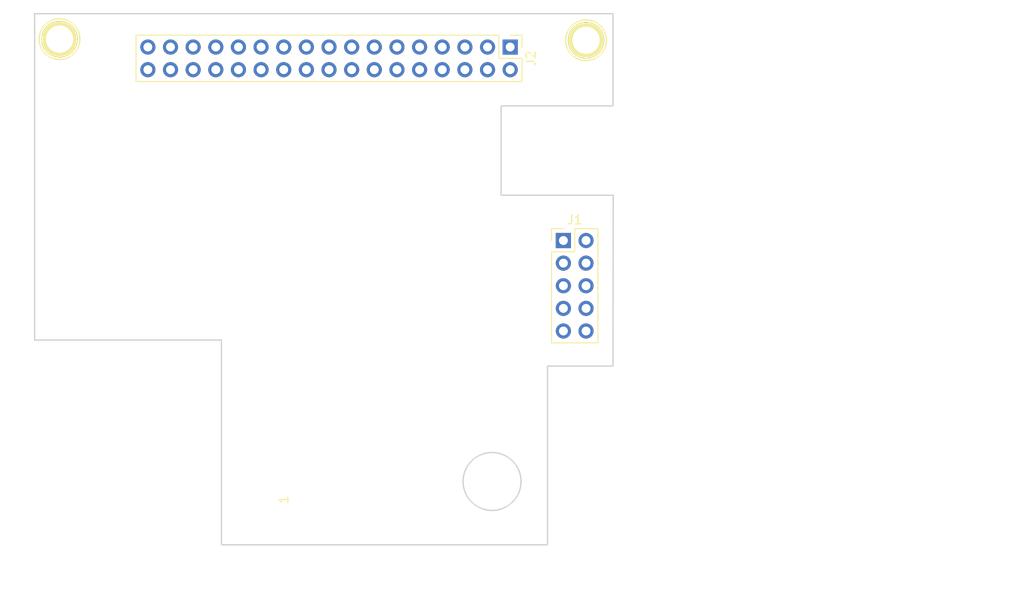
<source format=kicad_pcb>
(kicad_pcb (version 20171130) (host pcbnew 5.1.9-1.fc32)

  (general
    (thickness 1.6)
    (drawings 44)
    (tracks 0)
    (zones 0)
    (modules 4)
    (nets 4)
  )

  (page A4)
  (title_block
    (date "lun. 30 mars 2015")
  )

  (layers
    (0 F.Cu signal)
    (31 B.Cu signal)
    (32 B.Adhes user)
    (33 F.Adhes user)
    (34 B.Paste user)
    (35 F.Paste user)
    (36 B.SilkS user)
    (37 F.SilkS user)
    (38 B.Mask user)
    (39 F.Mask user)
    (40 Dwgs.User user)
    (41 Cmts.User user)
    (42 Eco1.User user)
    (43 Eco2.User user)
    (44 Edge.Cuts user)
    (45 Margin user)
    (46 B.CrtYd user)
    (47 F.CrtYd user)
    (48 B.Fab user)
    (49 F.Fab user)
  )

  (setup
    (last_trace_width 0.25)
    (trace_clearance 0.2)
    (zone_clearance 0.508)
    (zone_45_only no)
    (trace_min 0.2)
    (via_size 0.6)
    (via_drill 0.4)
    (via_min_size 0.4)
    (via_min_drill 0.3)
    (uvia_size 0.3)
    (uvia_drill 0.1)
    (uvias_allowed no)
    (uvia_min_size 0.2)
    (uvia_min_drill 0.1)
    (edge_width 0.15)
    (segment_width 0.15)
    (pcb_text_width 0.3)
    (pcb_text_size 1.5 1.5)
    (mod_edge_width 0.15)
    (mod_text_size 1 1)
    (mod_text_width 0.15)
    (pad_size 4.064 4.064)
    (pad_drill 3.048)
    (pad_to_mask_clearance 0)
    (aux_axis_origin 110.998 126.365)
    (grid_origin 110.998 126.365)
    (visible_elements FFFFFF7F)
    (pcbplotparams
      (layerselection 0x00030_80000001)
      (usegerberextensions false)
      (usegerberattributes true)
      (usegerberadvancedattributes true)
      (creategerberjobfile true)
      (excludeedgelayer true)
      (linewidth 0.100000)
      (plotframeref false)
      (viasonmask false)
      (mode 1)
      (useauxorigin false)
      (hpglpennumber 1)
      (hpglpenspeed 20)
      (hpglpendiameter 15.000000)
      (psnegative false)
      (psa4output false)
      (plotreference true)
      (plotvalue true)
      (plotinvisibletext false)
      (padsonsilk false)
      (subtractmaskfromsilk false)
      (outputformat 1)
      (mirror false)
      (drillshape 1)
      (scaleselection 1)
      (outputdirectory ""))
  )

  (net 0 "")
  (net 1 GND)
  (net 2 /NC)
  (net 3 /+3.3V)

  (net_class Default "This is the default net class."
    (clearance 0.2)
    (trace_width 0.25)
    (via_dia 0.6)
    (via_drill 0.4)
    (uvia_dia 0.3)
    (uvia_drill 0.1)
    (add_net /+3.3V)
    (add_net /3.3VA)
    (add_net /CTS)
    (add_net /NC)
    (add_net /RA2-AN2-VREF–)
    (add_net /RA3-AN3-VREF+)
    (add_net /RA4-T0CKI)
    (add_net /RA5-AN4)
    (add_net /RB1-INT1)
    (add_net /RB2-INT2)
    (add_net /RB3-INT3)
    (add_net /RB5-KBI1)
    (add_net /RC2-ECCP1-P1A)
    (add_net /RD0-P1B)
    (add_net /RD1-ECCP3-P3A)
    (add_net /RD2-CCP4-P3D)
    (add_net /RE0-P2D)
    (add_net /RE1-P2C)
    (add_net /RE2-P2B)
    (add_net /RE3-P3C)
    (add_net /RE4-P3B)
    (add_net /RE5-P1C)
    (add_net /RF1-AN6-C2OUT)
    (add_net /RF2-AN7-C1OUT)
    (add_net /RF5-AN10-CVREF)
    (add_net /RF6-AN11)
    (add_net /RG4-CCP5-P1D)
    (add_net /RST)
    (add_net /RTS)
    (add_net /RXD1)
    (add_net /SCK)
    (add_net /SCL)
    (add_net /SDA)
    (add_net /SDI)
    (add_net /SDO)
    (add_net /TXD1)
    (add_net /UEXT_#CS)
    (add_net /VCC)
    (add_net /VIN)
    (add_net GND)
    (add_net GNDA)
    (add_net "Net-(P5-Pad1)")
    (add_net "Net-(P6-Pad1)")
    (add_net "Net-(P7-Pad1)")
    (add_net "Net-(P8-Pad1)")
  )

  (module Connector_PinHeader_2.54mm:PinHeader_2x17_P2.54mm_Vertical (layer F.Cu) (tedit 59FED5CC) (tstamp 6073DB7C)
    (at 164.338 70.485 270)
    (descr "Through hole straight pin header, 2x17, 2.54mm pitch, double rows")
    (tags "Through hole pin header THT 2x17 2.54mm double row")
    (path /60745D4D)
    (fp_text reference J2 (at 1.27 -2.33 90) (layer F.SilkS)
      (effects (font (size 1 1) (thickness 0.15)))
    )
    (fp_text value EXT (at 1.27 42.97 90) (layer F.Fab)
      (effects (font (size 1 1) (thickness 0.15)))
    )
    (fp_text user %R (at 1.27 20.32) (layer F.Fab)
      (effects (font (size 1 1) (thickness 0.15)))
    )
    (fp_line (start 0 -1.27) (end 3.81 -1.27) (layer F.Fab) (width 0.1))
    (fp_line (start 3.81 -1.27) (end 3.81 41.91) (layer F.Fab) (width 0.1))
    (fp_line (start 3.81 41.91) (end -1.27 41.91) (layer F.Fab) (width 0.1))
    (fp_line (start -1.27 41.91) (end -1.27 0) (layer F.Fab) (width 0.1))
    (fp_line (start -1.27 0) (end 0 -1.27) (layer F.Fab) (width 0.1))
    (fp_line (start -1.33 41.97) (end 3.87 41.97) (layer F.SilkS) (width 0.12))
    (fp_line (start -1.33 1.27) (end -1.33 41.97) (layer F.SilkS) (width 0.12))
    (fp_line (start 3.87 -1.33) (end 3.87 41.97) (layer F.SilkS) (width 0.12))
    (fp_line (start -1.33 1.27) (end 1.27 1.27) (layer F.SilkS) (width 0.12))
    (fp_line (start 1.27 1.27) (end 1.27 -1.33) (layer F.SilkS) (width 0.12))
    (fp_line (start 1.27 -1.33) (end 3.87 -1.33) (layer F.SilkS) (width 0.12))
    (fp_line (start -1.33 0) (end -1.33 -1.33) (layer F.SilkS) (width 0.12))
    (fp_line (start -1.33 -1.33) (end 0 -1.33) (layer F.SilkS) (width 0.12))
    (fp_line (start -1.8 -1.8) (end -1.8 42.45) (layer F.CrtYd) (width 0.05))
    (fp_line (start -1.8 42.45) (end 4.35 42.45) (layer F.CrtYd) (width 0.05))
    (fp_line (start 4.35 42.45) (end 4.35 -1.8) (layer F.CrtYd) (width 0.05))
    (fp_line (start 4.35 -1.8) (end -1.8 -1.8) (layer F.CrtYd) (width 0.05))
    (pad 34 thru_hole oval (at 2.54 40.64 270) (size 1.7 1.7) (drill 1) (layers *.Cu *.Mask))
    (pad 33 thru_hole oval (at 0 40.64 270) (size 1.7 1.7) (drill 1) (layers *.Cu *.Mask))
    (pad 32 thru_hole oval (at 2.54 38.1 270) (size 1.7 1.7) (drill 1) (layers *.Cu *.Mask)
      (net 2 /NC))
    (pad 31 thru_hole oval (at 0 38.1 270) (size 1.7 1.7) (drill 1) (layers *.Cu *.Mask)
      (net 2 /NC))
    (pad 30 thru_hole oval (at 2.54 35.56 270) (size 1.7 1.7) (drill 1) (layers *.Cu *.Mask))
    (pad 29 thru_hole oval (at 0 35.56 270) (size 1.7 1.7) (drill 1) (layers *.Cu *.Mask))
    (pad 28 thru_hole oval (at 2.54 33.02 270) (size 1.7 1.7) (drill 1) (layers *.Cu *.Mask))
    (pad 27 thru_hole oval (at 0 33.02 270) (size 1.7 1.7) (drill 1) (layers *.Cu *.Mask))
    (pad 26 thru_hole oval (at 2.54 30.48 270) (size 1.7 1.7) (drill 1) (layers *.Cu *.Mask))
    (pad 25 thru_hole oval (at 0 30.48 270) (size 1.7 1.7) (drill 1) (layers *.Cu *.Mask))
    (pad 24 thru_hole oval (at 2.54 27.94 270) (size 1.7 1.7) (drill 1) (layers *.Cu *.Mask))
    (pad 23 thru_hole oval (at 0 27.94 270) (size 1.7 1.7) (drill 1) (layers *.Cu *.Mask))
    (pad 22 thru_hole oval (at 2.54 25.4 270) (size 1.7 1.7) (drill 1) (layers *.Cu *.Mask))
    (pad 21 thru_hole oval (at 0 25.4 270) (size 1.7 1.7) (drill 1) (layers *.Cu *.Mask))
    (pad 20 thru_hole oval (at 2.54 22.86 270) (size 1.7 1.7) (drill 1) (layers *.Cu *.Mask))
    (pad 19 thru_hole oval (at 0 22.86 270) (size 1.7 1.7) (drill 1) (layers *.Cu *.Mask)
      (net 1 GND))
    (pad 18 thru_hole oval (at 2.54 20.32 270) (size 1.7 1.7) (drill 1) (layers *.Cu *.Mask)
      (net 3 /+3.3V))
    (pad 17 thru_hole oval (at 0 20.32 270) (size 1.7 1.7) (drill 1) (layers *.Cu *.Mask)
      (net 3 /+3.3V))
    (pad 16 thru_hole oval (at 2.54 17.78 270) (size 1.7 1.7) (drill 1) (layers *.Cu *.Mask))
    (pad 15 thru_hole oval (at 0 17.78 270) (size 1.7 1.7) (drill 1) (layers *.Cu *.Mask))
    (pad 14 thru_hole oval (at 2.54 15.24 270) (size 1.7 1.7) (drill 1) (layers *.Cu *.Mask))
    (pad 13 thru_hole oval (at 0 15.24 270) (size 1.7 1.7) (drill 1) (layers *.Cu *.Mask))
    (pad 12 thru_hole oval (at 2.54 12.7 270) (size 1.7 1.7) (drill 1) (layers *.Cu *.Mask))
    (pad 11 thru_hole oval (at 0 12.7 270) (size 1.7 1.7) (drill 1) (layers *.Cu *.Mask))
    (pad 10 thru_hole oval (at 2.54 10.16 270) (size 1.7 1.7) (drill 1) (layers *.Cu *.Mask))
    (pad 9 thru_hole oval (at 0 10.16 270) (size 1.7 1.7) (drill 1) (layers *.Cu *.Mask))
    (pad 8 thru_hole oval (at 2.54 7.62 270) (size 1.7 1.7) (drill 1) (layers *.Cu *.Mask))
    (pad 7 thru_hole oval (at 0 7.62 270) (size 1.7 1.7) (drill 1) (layers *.Cu *.Mask))
    (pad 6 thru_hole oval (at 2.54 5.08 270) (size 1.7 1.7) (drill 1) (layers *.Cu *.Mask))
    (pad 5 thru_hole oval (at 0 5.08 270) (size 1.7 1.7) (drill 1) (layers *.Cu *.Mask))
    (pad 4 thru_hole oval (at 2.54 2.54 270) (size 1.7 1.7) (drill 1) (layers *.Cu *.Mask))
    (pad 3 thru_hole oval (at 0 2.54 270) (size 1.7 1.7) (drill 1) (layers *.Cu *.Mask))
    (pad 2 thru_hole oval (at 2.54 0 270) (size 1.7 1.7) (drill 1) (layers *.Cu *.Mask))
    (pad 1 thru_hole rect (at 0 0 270) (size 1.7 1.7) (drill 1) (layers *.Cu *.Mask))
    (model ${KISYS3DMOD}/Connector_PinHeader_2.54mm.3dshapes/PinHeader_2x17_P2.54mm_Vertical.wrl
      (at (xyz 0 0 0))
      (scale (xyz 1 1 1))
      (rotate (xyz 0 0 0))
    )
  )

  (module Connector_PinHeader_2.54mm:PinHeader_2x05_P2.54mm_Vertical (layer F.Cu) (tedit 59FED5CC) (tstamp 6073C70C)
    (at 170.307 92.202)
    (descr "Through hole straight pin header, 2x05, 2.54mm pitch, double rows")
    (tags "Through hole pin header THT 2x05 2.54mm double row")
    (path /60768DB2)
    (fp_text reference J1 (at 1.27 -2.33) (layer F.SilkS)
      (effects (font (size 1 1) (thickness 0.15)))
    )
    (fp_text value UEXT (at 1.27 12.49) (layer F.Fab)
      (effects (font (size 1 1) (thickness 0.15)))
    )
    (fp_text user %R (at 1.27 5.08 90) (layer F.Fab)
      (effects (font (size 1 1) (thickness 0.15)))
    )
    (fp_line (start 0 -1.27) (end 3.81 -1.27) (layer F.Fab) (width 0.1))
    (fp_line (start 3.81 -1.27) (end 3.81 11.43) (layer F.Fab) (width 0.1))
    (fp_line (start 3.81 11.43) (end -1.27 11.43) (layer F.Fab) (width 0.1))
    (fp_line (start -1.27 11.43) (end -1.27 0) (layer F.Fab) (width 0.1))
    (fp_line (start -1.27 0) (end 0 -1.27) (layer F.Fab) (width 0.1))
    (fp_line (start -1.33 11.49) (end 3.87 11.49) (layer F.SilkS) (width 0.12))
    (fp_line (start -1.33 1.27) (end -1.33 11.49) (layer F.SilkS) (width 0.12))
    (fp_line (start 3.87 -1.33) (end 3.87 11.49) (layer F.SilkS) (width 0.12))
    (fp_line (start -1.33 1.27) (end 1.27 1.27) (layer F.SilkS) (width 0.12))
    (fp_line (start 1.27 1.27) (end 1.27 -1.33) (layer F.SilkS) (width 0.12))
    (fp_line (start 1.27 -1.33) (end 3.87 -1.33) (layer F.SilkS) (width 0.12))
    (fp_line (start -1.33 0) (end -1.33 -1.33) (layer F.SilkS) (width 0.12))
    (fp_line (start -1.33 -1.33) (end 0 -1.33) (layer F.SilkS) (width 0.12))
    (fp_line (start -1.8 -1.8) (end -1.8 11.95) (layer F.CrtYd) (width 0.05))
    (fp_line (start -1.8 11.95) (end 4.35 11.95) (layer F.CrtYd) (width 0.05))
    (fp_line (start 4.35 11.95) (end 4.35 -1.8) (layer F.CrtYd) (width 0.05))
    (fp_line (start 4.35 -1.8) (end -1.8 -1.8) (layer F.CrtYd) (width 0.05))
    (pad 10 thru_hole oval (at 2.54 10.16) (size 1.7 1.7) (drill 1) (layers *.Cu *.Mask))
    (pad 9 thru_hole oval (at 0 10.16) (size 1.7 1.7) (drill 1) (layers *.Cu *.Mask))
    (pad 8 thru_hole oval (at 2.54 7.62) (size 1.7 1.7) (drill 1) (layers *.Cu *.Mask))
    (pad 7 thru_hole oval (at 0 7.62) (size 1.7 1.7) (drill 1) (layers *.Cu *.Mask))
    (pad 6 thru_hole oval (at 2.54 5.08) (size 1.7 1.7) (drill 1) (layers *.Cu *.Mask))
    (pad 5 thru_hole oval (at 0 5.08) (size 1.7 1.7) (drill 1) (layers *.Cu *.Mask))
    (pad 4 thru_hole oval (at 2.54 2.54) (size 1.7 1.7) (drill 1) (layers *.Cu *.Mask))
    (pad 3 thru_hole oval (at 0 2.54) (size 1.7 1.7) (drill 1) (layers *.Cu *.Mask))
    (pad 2 thru_hole oval (at 2.54 0) (size 1.7 1.7) (drill 1) (layers *.Cu *.Mask)
      (net 1 GND))
    (pad 1 thru_hole rect (at 0 0) (size 1.7 1.7) (drill 1) (layers *.Cu *.Mask))
    (model ${KISYS3DMOD}/Connector_PinHeader_2.54mm.3dshapes/PinHeader_2x05_P2.54mm_Vertical.wrl
      (at (xyz 0 0 0))
      (scale (xyz 1 1 1))
      (rotate (xyz 0 0 0))
    )
  )

  (module Socket_Arduino_Uno:Arduino_1pin (layer F.Cu) (tedit 5524FC2F) (tstamp 5524FC49)
    (at 113.792 69.596)
    (descr "module 1 pin (ou trou mecanique de percage)")
    (tags DEV)
    (path /56D712A8)
    (fp_text reference P7 (at 0 -3.048) (layer F.SilkS) hide
      (effects (font (size 1 1) (thickness 0.15)))
    )
    (fp_text value CONN_01X01 (at 0 2.794) (layer F.Fab) hide
      (effects (font (size 1 1) (thickness 0.15)))
    )
    (fp_circle (center 0 0) (end 0 -2.286) (layer F.SilkS) (width 0.15))
    (pad 1 thru_hole circle (at 0 0) (size 4.064 4.064) (drill 3.048) (layers *.Cu *.Mask F.SilkS))
  )

  (module Socket_Arduino_Uno:Arduino_1pin (layer F.Cu) (tedit 5524FC41) (tstamp 5524FC4E)
    (at 172.847 69.723)
    (descr "module 1 pin (ou trou mecanique de percage)")
    (tags DEV)
    (path /56D712DB)
    (fp_text reference P8 (at 0 -3.048) (layer F.SilkS) hide
      (effects (font (size 1 1) (thickness 0.15)))
    )
    (fp_text value CONN_01X01 (at 0 2.794) (layer F.Fab) hide
      (effects (font (size 1 1) (thickness 0.15)))
    )
    (fp_circle (center 0 0) (end 0 -2.286) (layer F.SilkS) (width 0.15))
    (pad 1 thru_hole circle (at 0 0) (size 4.064 4.064) (drill 3.048) (layers *.Cu *.Mask F.SilkS))
  )

  (gr_line (start 139.446 126.365) (end 133.604 126.365) (angle 90) (layer Dwgs.User) (width 0.15) (tstamp 6073DD1C))
  (gr_line (start 133.604 122.301) (end 139.446 122.301) (angle 90) (layer Dwgs.User) (width 0.15) (tstamp 6073DD1B))
  (gr_line (start 139.446 122.301) (end 139.446 126.365) (angle 90) (layer Dwgs.User) (width 0.15) (tstamp 6073DD1A))
  (gr_circle (center 136.525 124.333) (end 137.795 124.333) (layer Dwgs.User) (width 0.15) (tstamp 6073DD19))
  (gr_line (start 133.604 126.365) (end 133.604 122.301) (angle 90) (layer Dwgs.User) (width 0.15) (tstamp 6073DD18))
  (gr_line (start 131.953 103.378) (end 131.953 126.365) (layer Edge.Cuts) (width 0.15))
  (gr_line (start 110.998 103.378) (end 131.953 103.378) (layer Edge.Cuts) (width 0.15))
  (dimension 20.955 (width 0.15) (layer Dwgs.User)
    (gr_text "20.955 mm" (at 121.4755 95.22) (layer Dwgs.User)
      (effects (font (size 1 1) (thickness 0.15)))
    )
    (feature1 (pts (xy 131.953 129.794) (xy 131.953 95.933579)))
    (feature2 (pts (xy 110.998 129.794) (xy 110.998 95.933579)))
    (crossbar (pts (xy 110.998 96.52) (xy 131.953 96.52)))
    (arrow1a (pts (xy 131.953 96.52) (xy 130.826496 97.106421)))
    (arrow1b (pts (xy 131.953 96.52) (xy 130.826496 95.933579)))
    (arrow2a (pts (xy 110.998 96.52) (xy 112.124504 97.106421)))
    (arrow2b (pts (xy 110.998 96.52) (xy 112.124504 95.933579)))
  )
  (dimension 22.987 (width 0.15) (layer Dwgs.User)
    (gr_text "22.987 mm" (at 140.619 114.9985 90) (layer Dwgs.User)
      (effects (font (size 1 1) (thickness 0.15)))
    )
    (feature1 (pts (xy 107.188 103.505) (xy 139.905421 103.505)))
    (feature2 (pts (xy 107.188 126.492) (xy 139.905421 126.492)))
    (crossbar (pts (xy 139.319 126.492) (xy 139.319 103.505)))
    (arrow1a (pts (xy 139.319 103.505) (xy 139.905421 104.631504)))
    (arrow1b (pts (xy 139.319 103.505) (xy 138.732579 104.631504)))
    (arrow2a (pts (xy 139.319 126.492) (xy 139.905421 125.365496)))
    (arrow2b (pts (xy 139.319 126.492) (xy 138.732579 125.365496)))
  )
  (gr_circle (center 162.306 119.253) (end 164.846 117.221) (layer Edge.Cuts) (width 0.15))
  (dimension 6.985 (width 0.15) (layer Dwgs.User)
    (gr_text "6.985 mm" (at 156.307 122.8725 90) (layer Dwgs.User)
      (effects (font (size 1 1) (thickness 0.15)))
    )
    (feature1 (pts (xy 172.974 119.38) (xy 157.020579 119.38)))
    (feature2 (pts (xy 172.974 126.365) (xy 157.020579 126.365)))
    (crossbar (pts (xy 157.607 126.365) (xy 157.607 119.38)))
    (arrow1a (pts (xy 157.607 119.38) (xy 158.193421 120.506504)))
    (arrow1b (pts (xy 157.607 119.38) (xy 157.020579 120.506504)))
    (arrow2a (pts (xy 157.607 126.365) (xy 158.193421 125.238496)))
    (arrow2b (pts (xy 157.607 126.365) (xy 157.020579 125.238496)))
  )
  (dimension 52.197 (width 0.15) (layer Dwgs.User)
    (gr_text "52.197 mm" (at 137.0965 134.015) (layer Dwgs.User)
      (effects (font (size 1 1) (thickness 0.15)))
    )
    (feature1 (pts (xy 163.195 116.078) (xy 163.195 133.301421)))
    (feature2 (pts (xy 110.998 116.078) (xy 110.998 133.301421)))
    (crossbar (pts (xy 110.998 132.715) (xy 163.195 132.715)))
    (arrow1a (pts (xy 163.195 132.715) (xy 162.068496 133.301421)))
    (arrow1b (pts (xy 163.195 132.715) (xy 162.068496 132.128579)))
    (arrow2a (pts (xy 110.998 132.715) (xy 112.124504 133.301421)))
    (arrow2b (pts (xy 110.998 132.715) (xy 112.124504 132.128579)))
  )
  (gr_line (start 175.868 66.735) (end 175.868 77.089) (layer Edge.Cuts) (width 0.15) (tstamp 6073DCA8))
  (gr_line (start 163.322 87.122) (end 175.895 87.122) (layer Edge.Cuts) (width 0.15))
  (gr_line (start 163.322 77.089) (end 163.322 87.122) (layer Edge.Cuts) (width 0.15))
  (gr_line (start 175.868 77.089) (end 163.322 77.089) (layer Edge.Cuts) (width 0.15))
  (dimension 10.033 (width 0.15) (layer Dwgs.User)
    (gr_text "10.033 mm" (at 194.691 82.042 90) (layer Dwgs.User)
      (effects (font (size 1 1) (thickness 0.15)))
    )
    (feature1 (pts (xy 176.5 77.0255) (xy 193.977421 77.0255)))
    (feature2 (pts (xy 176.5 87.0585) (xy 193.977421 87.0585)))
    (crossbar (pts (xy 193.391 87.0585) (xy 193.391 77.0255)))
    (arrow1a (pts (xy 193.391 77.0255) (xy 193.977421 78.152004)))
    (arrow1b (pts (xy 193.391 77.0255) (xy 192.804579 78.152004)))
    (arrow2a (pts (xy 193.391 87.0585) (xy 193.977421 85.931996)))
    (arrow2b (pts (xy 193.391 87.0585) (xy 192.804579 85.931996)))
  )
  (dimension 49.276 (width 0.15) (layer Dwgs.User)
    (gr_text "49.276 mm" (at 199.009 101.727 90) (layer Dwgs.User)
      (effects (font (size 1 1) (thickness 0.15)))
    )
    (feature1 (pts (xy 177.262 126.365) (xy 198.295421 126.365)))
    (feature2 (pts (xy 177.262 77.089) (xy 198.295421 77.089)))
    (crossbar (pts (xy 197.709 77.089) (xy 197.709 126.365)))
    (arrow1a (pts (xy 197.709 126.365) (xy 197.122579 125.238496)))
    (arrow1b (pts (xy 197.709 126.365) (xy 198.295421 125.238496)))
    (arrow2a (pts (xy 197.709 77.089) (xy 197.122579 78.215504)))
    (arrow2b (pts (xy 197.709 77.089) (xy 198.295421 78.215504)))
  )
  (dimension 20.066 (width 0.15) (layer Dwgs.User)
    (gr_text "20.066 mm" (at 208.691 116.332 90) (layer Dwgs.User)
      (effects (font (size 1 1) (thickness 0.15)))
    )
    (feature1 (pts (xy 177.673 126.365) (xy 207.977421 126.365)))
    (feature2 (pts (xy 177.673 106.299) (xy 207.977421 106.299)))
    (crossbar (pts (xy 207.391 106.299) (xy 207.391 126.365)))
    (arrow1a (pts (xy 207.391 126.365) (xy 206.804579 125.238496)))
    (arrow1b (pts (xy 207.391 126.365) (xy 207.977421 125.238496)))
    (arrow2a (pts (xy 207.391 106.299) (xy 206.804579 107.425504)))
    (arrow2b (pts (xy 207.391 106.299) (xy 207.977421 107.425504)))
  )
  (dimension 24.13 (width 0.15) (layer Dwgs.User)
    (gr_text "24.130 mm" (at 161.006 114.3 90) (layer Dwgs.User)
      (effects (font (size 1 1) (thickness 0.15)))
    )
    (feature1 (pts (xy 178.181 102.235) (xy 161.719579 102.235)))
    (feature2 (pts (xy 178.181 126.365) (xy 161.719579 126.365)))
    (crossbar (pts (xy 162.306 126.365) (xy 162.306 102.235)))
    (arrow1a (pts (xy 162.306 102.235) (xy 162.892421 103.361504)))
    (arrow1b (pts (xy 162.306 102.235) (xy 161.719579 103.361504)))
    (arrow2a (pts (xy 162.306 126.365) (xy 162.892421 125.238496)))
    (arrow2b (pts (xy 162.306 126.365) (xy 161.719579 125.238496)))
  )
  (gr_line (start 168.529 106.299) (end 175.868 106.299) (layer Edge.Cuts) (width 0.15))
  (gr_line (start 168.529 106.299) (end 168.529 126.365) (layer Edge.Cuts) (width 0.15) (tstamp 6073DC98))
  (dimension 12.7 (width 0.15) (layer Dwgs.User)
    (gr_text "12.700 mm" (at 117.348 86.517) (layer Dwgs.User)
      (effects (font (size 1 1) (thickness 0.15)))
    )
    (feature1 (pts (xy 123.698 65.278) (xy 123.698 85.803421)))
    (feature2 (pts (xy 110.998 65.278) (xy 110.998 85.803421)))
    (crossbar (pts (xy 110.998 85.217) (xy 123.698 85.217)))
    (arrow1a (pts (xy 123.698 85.217) (xy 122.571496 85.803421)))
    (arrow1b (pts (xy 123.698 85.217) (xy 122.571496 84.630579)))
    (arrow2a (pts (xy 110.998 85.217) (xy 112.124504 85.803421)))
    (arrow2b (pts (xy 110.998 85.217) (xy 112.124504 84.630579)))
  )
  (dimension 53.34 (width 0.15) (layer Dwgs.User) (tstamp 6073DCFF)
    (gr_text "53.340 mm" (at 189.641 99.695 90) (layer Dwgs.User) (tstamp 6073DD00)
      (effects (font (size 1 1) (thickness 0.15)))
    )
    (feature1 (pts (xy 110.998 73.025) (xy 188.927421 73.025)))
    (feature2 (pts (xy 110.998 126.365) (xy 188.927421 126.365)))
    (crossbar (pts (xy 188.341 126.365) (xy 188.341 73.025)))
    (arrow1a (pts (xy 188.341 73.025) (xy 188.927421 74.151504)))
    (arrow1b (pts (xy 188.341 73.025) (xy 187.754579 74.151504)))
    (arrow2a (pts (xy 188.341 126.365) (xy 188.927421 125.238496)))
    (arrow2b (pts (xy 188.341 126.365) (xy 187.754579 125.238496)))
  )
  (gr_line (start 175.868 106.299) (end 175.895 87.122) (layer Edge.Cuts) (width 0.15))
  (dimension 61.849 (width 0.15) (layer Dwgs.User)
    (gr_text "61.77 mm" (at 141.9225 107.793) (layer Dwgs.User)
      (effects (font (size 1 1) (thickness 0.15)))
    )
    (feature1 (pts (xy 172.847 114.554) (xy 172.847 108.506579)))
    (feature2 (pts (xy 110.998 114.554) (xy 110.998 108.506579)))
    (crossbar (pts (xy 110.998 109.093) (xy 172.847 109.093)))
    (arrow1a (pts (xy 172.847 109.093) (xy 171.720496 109.679421)))
    (arrow1b (pts (xy 172.847 109.093) (xy 171.720496 108.506579)))
    (arrow2a (pts (xy 110.998 109.093) (xy 112.124504 109.679421)))
    (arrow2b (pts (xy 110.998 109.093) (xy 112.124504 108.506579)))
  )
  (dimension 26.797 (width 0.15) (layer Dwgs.User)
    (gr_text 34.28 (at 220.629 111.3155 90) (layer Dwgs.User)
      (effects (font (size 1 1) (thickness 0.15)))
    )
    (feature1 (pts (xy 213.614 97.917) (xy 219.915421 97.917)))
    (feature2 (pts (xy 213.614 124.714) (xy 219.915421 124.714)))
    (crossbar (pts (xy 219.329 124.714) (xy 219.329 97.917)))
    (arrow1a (pts (xy 219.329 97.917) (xy 219.915421 99.043504)))
    (arrow1b (pts (xy 219.329 97.917) (xy 218.742579 99.043504)))
    (arrow2a (pts (xy 219.329 124.714) (xy 219.915421 123.587496)))
    (arrow2b (pts (xy 219.329 124.714) (xy 218.742579 123.587496)))
  )
  (gr_line (start 110.998 66.735) (end 175.868 66.735) (angle 90) (layer Edge.Cuts) (width 0.15) (tstamp 6073D727))
  (gr_text 1 (at 138.938 121.285 90) (layer F.SilkS)
    (effects (font (size 1 1) (thickness 0.15)))
  )
  (gr_circle (center 148.971 124.206) (end 150.241 124.206) (layer Dwgs.User) (width 0.15))
  (gr_line (start 146.05 126.238) (end 146.05 122.174) (angle 90) (layer Dwgs.User) (width 0.15))
  (gr_line (start 151.892 126.238) (end 146.05 126.238) (angle 90) (layer Dwgs.User) (width 0.15))
  (gr_line (start 151.892 122.174) (end 151.892 126.238) (angle 90) (layer Dwgs.User) (width 0.15))
  (gr_line (start 146.05 122.174) (end 151.892 122.174) (angle 90) (layer Dwgs.User) (width 0.15))
  (gr_line (start 122.301 76.835) (end 122.301 92.71) (angle 90) (layer Dwgs.User) (width 0.15))
  (gr_line (start 131.953 126.365) (end 168.529 126.365) (angle 90) (layer Edge.Cuts) (width 0.15))
  (gr_line (start 110.998 66.735) (end 110.998 103.378) (angle 90) (layer Edge.Cuts) (width 0.15))
  (gr_line (start 139.954 100.203) (end 139.954 91.313) (angle 90) (layer Dwgs.User) (width 0.15))
  (gr_line (start 153.289 100.203) (end 139.954 100.203) (angle 90) (layer Dwgs.User) (width 0.15))
  (gr_line (start 153.289 91.313) (end 153.289 100.203) (angle 90) (layer Dwgs.User) (width 0.15))
  (gr_line (start 139.954 91.313) (end 153.289 91.313) (angle 90) (layer Dwgs.User) (width 0.15))
  (gr_line (start 122.301 92.71) (end 110.871 92.71) (angle 90) (layer Dwgs.User) (width 0.15))
  (gr_line (start 110.871 76.835) (end 122.301 76.835) (angle 90) (layer Dwgs.User) (width 0.15))
  (gr_line (start 110.871 92.71) (end 110.871 76.835) (angle 90) (layer Dwgs.User) (width 0.15))

)

</source>
